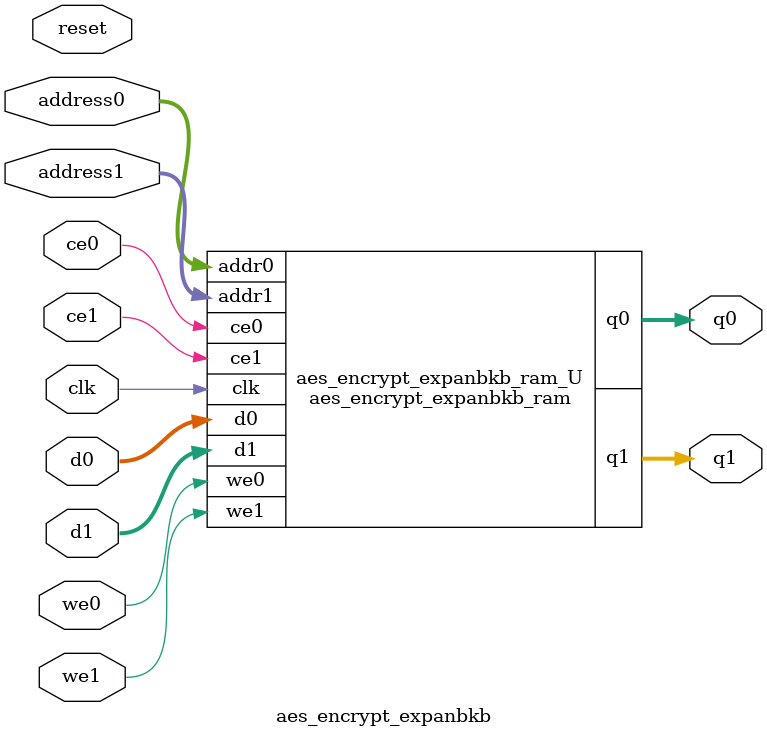
<source format=v>
`timescale 1 ns / 1 ps
module aes_encrypt_expanbkb_ram (addr0, ce0, d0, we0, q0, addr1, ce1, d1, we1, q1,  clk);

parameter DWIDTH = 8;
parameter AWIDTH = 8;
parameter MEM_SIZE = 176;

input[AWIDTH-1:0] addr0;
input ce0;
input[DWIDTH-1:0] d0;
input we0;
output reg[DWIDTH-1:0] q0;
input[AWIDTH-1:0] addr1;
input ce1;
input[DWIDTH-1:0] d1;
input we1;
output reg[DWIDTH-1:0] q1;
input clk;

(* ram_style = "block" *)reg [DWIDTH-1:0] ram[0:MEM_SIZE-1];




always @(posedge clk)  
begin 
    if (ce0) begin
        if (we0) 
            ram[addr0] <= d0; 
        q0 <= ram[addr0];
    end
end


always @(posedge clk)  
begin 
    if (ce1) begin
        if (we1) 
            ram[addr1] <= d1; 
        q1 <= ram[addr1];
    end
end


endmodule

`timescale 1 ns / 1 ps
module aes_encrypt_expanbkb(
    reset,
    clk,
    address0,
    ce0,
    we0,
    d0,
    q0,
    address1,
    ce1,
    we1,
    d1,
    q1);

parameter DataWidth = 32'd8;
parameter AddressRange = 32'd176;
parameter AddressWidth = 32'd8;
input reset;
input clk;
input[AddressWidth - 1:0] address0;
input ce0;
input we0;
input[DataWidth - 1:0] d0;
output[DataWidth - 1:0] q0;
input[AddressWidth - 1:0] address1;
input ce1;
input we1;
input[DataWidth - 1:0] d1;
output[DataWidth - 1:0] q1;



aes_encrypt_expanbkb_ram aes_encrypt_expanbkb_ram_U(
    .clk( clk ),
    .addr0( address0 ),
    .ce0( ce0 ),
    .we0( we0 ),
    .d0( d0 ),
    .q0( q0 ),
    .addr1( address1 ),
    .ce1( ce1 ),
    .we1( we1 ),
    .d1( d1 ),
    .q1( q1 ));

endmodule


</source>
